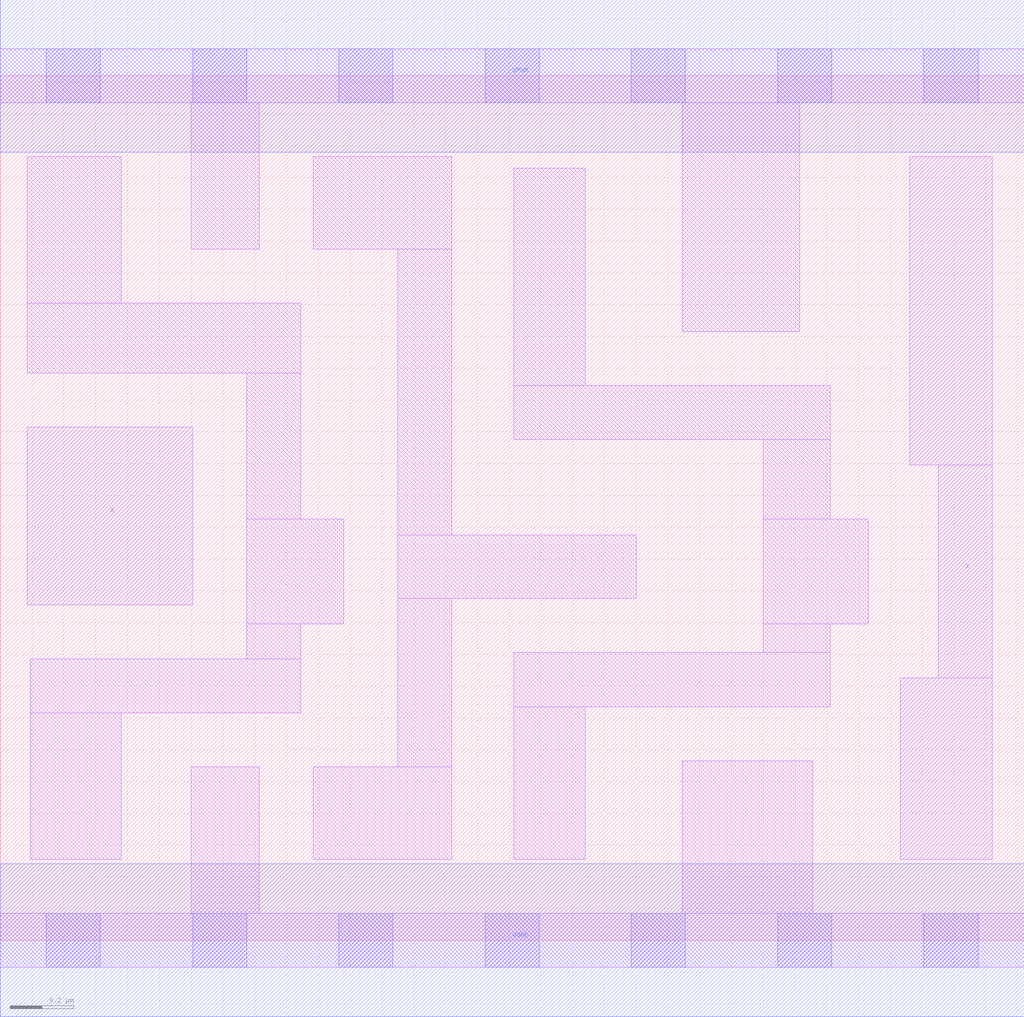
<source format=lef>
# Copyright 2020 The SkyWater PDK Authors
#
# Licensed under the Apache License, Version 2.0 (the "License");
# you may not use this file except in compliance with the License.
# You may obtain a copy of the License at
#
#     https://www.apache.org/licenses/LICENSE-2.0
#
# Unless required by applicable law or agreed to in writing, software
# distributed under the License is distributed on an "AS IS" BASIS,
# WITHOUT WARRANTIES OR CONDITIONS OF ANY KIND, either express or implied.
# See the License for the specific language governing permissions and
# limitations under the License.
#
# SPDX-License-Identifier: Apache-2.0

VERSION 5.7 ;
BUSBITCHARS "[]" ;
DIVIDERCHAR "/" ;
PROPERTYDEFINITIONS
  MACRO maskLayoutSubType STRING ;
  MACRO prCellType STRING ;
  MACRO originalViewName STRING ;
END PROPERTYDEFINITIONS
MACRO sky130_fd_sc_hdll__dlygate4sd1_1
  ORIGIN  0.000000  0.000000 ;
  CLASS CORE ;
  SYMMETRY X Y R90 ;
  SIZE  3.220000 BY  2.720000 ;
  SITE unithd ;
  PIN A
    ANTENNAGATEAREA  0.138600 ;
    DIRECTION INPUT ;
    USE SIGNAL ;
    PORT
      LAYER li1 ;
        RECT 0.085000 1.055000 0.605000 1.615000 ;
    END
  END A
  PIN X
    ANTENNADIFFAREA  0.449000 ;
    DIRECTION OUTPUT ;
    USE SIGNAL ;
    PORT
      LAYER li1 ;
        RECT 2.830000 0.255000 3.120000 0.825000 ;
        RECT 2.860000 1.495000 3.120000 2.465000 ;
        RECT 2.950000 0.825000 3.120000 1.495000 ;
    END
  END X
  PIN VGND
    DIRECTION INOUT ;
    USE GROUND ;
    PORT
      LAYER met1 ;
        RECT 0.000000 -0.240000 3.220000 0.240000 ;
    END
  END VGND
  PIN VPWR
    DIRECTION INOUT ;
    USE POWER ;
    PORT
      LAYER met1 ;
        RECT 0.000000 2.480000 3.220000 2.960000 ;
    END
  END VPWR
  OBS
    LAYER li1 ;
      RECT 0.000000 -0.085000 3.220000 0.085000 ;
      RECT 0.000000  2.635000 3.220000 2.805000 ;
      RECT 0.085000  1.785000 0.945000 2.005000 ;
      RECT 0.085000  2.005000 0.380000 2.465000 ;
      RECT 0.095000  0.255000 0.380000 0.715000 ;
      RECT 0.095000  0.715000 0.945000 0.885000 ;
      RECT 0.600000  0.085000 0.815000 0.545000 ;
      RECT 0.600000  2.175000 0.815000 2.635000 ;
      RECT 0.775000  0.885000 0.945000 0.995000 ;
      RECT 0.775000  0.995000 1.080000 1.325000 ;
      RECT 0.775000  1.325000 0.945000 1.785000 ;
      RECT 0.985000  0.255000 1.420000 0.545000 ;
      RECT 0.985000  2.175000 1.420000 2.465000 ;
      RECT 1.250000  0.545000 1.420000 1.075000 ;
      RECT 1.250000  1.075000 2.000000 1.275000 ;
      RECT 1.250000  1.275000 1.420000 2.175000 ;
      RECT 1.615000  0.255000 1.840000 0.735000 ;
      RECT 1.615000  0.735000 2.610000 0.905000 ;
      RECT 1.615000  1.575000 2.610000 1.745000 ;
      RECT 1.615000  1.745000 1.840000 2.430000 ;
      RECT 2.145000  0.085000 2.555000 0.565000 ;
      RECT 2.145000  1.915000 2.515000 2.635000 ;
      RECT 2.400000  0.905000 2.610000 0.995000 ;
      RECT 2.400000  0.995000 2.730000 1.325000 ;
      RECT 2.400000  1.325000 2.610000 1.575000 ;
    LAYER mcon ;
      RECT 0.145000 -0.085000 0.315000 0.085000 ;
      RECT 0.145000  2.635000 0.315000 2.805000 ;
      RECT 0.605000 -0.085000 0.775000 0.085000 ;
      RECT 0.605000  2.635000 0.775000 2.805000 ;
      RECT 1.065000 -0.085000 1.235000 0.085000 ;
      RECT 1.065000  2.635000 1.235000 2.805000 ;
      RECT 1.525000 -0.085000 1.695000 0.085000 ;
      RECT 1.525000  2.635000 1.695000 2.805000 ;
      RECT 1.985000 -0.085000 2.155000 0.085000 ;
      RECT 1.985000  2.635000 2.155000 2.805000 ;
      RECT 2.445000 -0.085000 2.615000 0.085000 ;
      RECT 2.445000  2.635000 2.615000 2.805000 ;
      RECT 2.905000 -0.085000 3.075000 0.085000 ;
      RECT 2.905000  2.635000 3.075000 2.805000 ;
  END
  PROPERTY maskLayoutSubType "abstract" ;
  PROPERTY prCellType "standard" ;
  PROPERTY originalViewName "layout" ;
END sky130_fd_sc_hdll__dlygate4sd1_1

</source>
